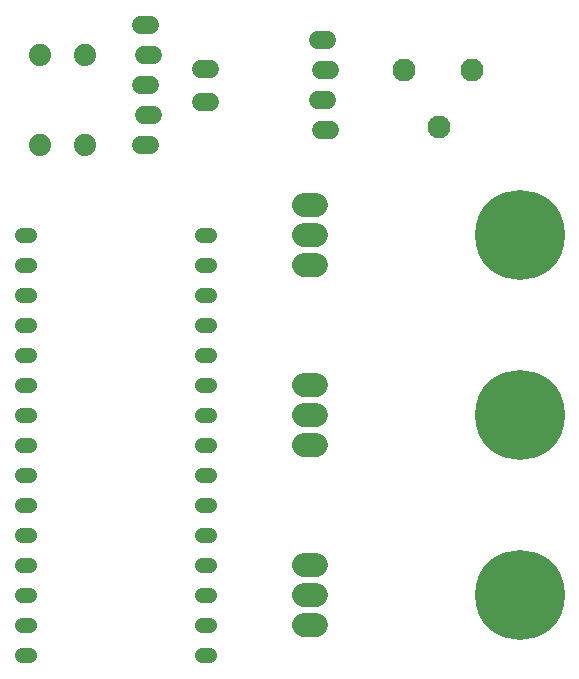
<source format=gbr>
G04 EAGLE Gerber X2 export*
%TF.Part,Single*%
%TF.FileFunction,Copper,L2,Bot,Mixed*%
%TF.FilePolarity,Positive*%
%TF.GenerationSoftware,Autodesk,EAGLE,9.1.1*%
%TF.CreationDate,2018-09-28T16:37:10Z*%
G75*
%MOMM*%
%FSLAX34Y34*%
%LPD*%
%AMOC8*
5,1,8,0,0,1.08239X$1,22.5*%
G01*
%ADD10C,1.879600*%
%ADD11C,1.524000*%
%ADD12C,1.950000*%
%ADD13C,2.032000*%
%ADD14C,7.620000*%
%ADD15C,1.308000*%


D10*
X63500Y482600D03*
X63500Y558800D03*
D11*
X300990Y495300D02*
X308610Y495300D01*
X306070Y520700D02*
X298450Y520700D01*
X300990Y546100D02*
X308610Y546100D01*
X306070Y571500D02*
X298450Y571500D01*
D12*
X371000Y546100D03*
X429000Y546100D03*
X401000Y498100D03*
D11*
X156210Y584200D02*
X148590Y584200D01*
X151130Y558800D02*
X158750Y558800D01*
X156210Y533400D02*
X148590Y533400D01*
X151130Y508000D02*
X158750Y508000D01*
X156210Y482600D02*
X148590Y482600D01*
D13*
X287020Y381000D02*
X297180Y381000D01*
X297180Y406400D02*
X287020Y406400D01*
X287020Y431800D02*
X297180Y431800D01*
D14*
X469900Y406400D03*
D13*
X297180Y228600D02*
X287020Y228600D01*
X287020Y254000D02*
X297180Y254000D01*
X297180Y279400D02*
X287020Y279400D01*
D14*
X469900Y254000D03*
D13*
X297180Y76200D02*
X287020Y76200D01*
X287020Y101600D02*
X297180Y101600D01*
X297180Y127000D02*
X287020Y127000D01*
D14*
X469900Y101600D03*
D10*
X101600Y482600D03*
X101600Y558800D03*
D15*
X199930Y406400D02*
X206470Y406400D01*
X206470Y381000D02*
X199930Y381000D01*
X199930Y355600D02*
X206470Y355600D01*
X206470Y330200D02*
X199930Y330200D01*
X199930Y304800D02*
X206470Y304800D01*
X206470Y279400D02*
X199930Y279400D01*
X199930Y254000D02*
X206470Y254000D01*
X206470Y228600D02*
X199930Y228600D01*
X199930Y203200D02*
X206470Y203200D01*
X206470Y177800D02*
X199930Y177800D01*
X199930Y152400D02*
X206470Y152400D01*
X206470Y127000D02*
X199930Y127000D01*
X54070Y406400D02*
X47530Y406400D01*
X47530Y381000D02*
X54070Y381000D01*
X54070Y355600D02*
X47530Y355600D01*
X47530Y203200D02*
X54070Y203200D01*
X54070Y177800D02*
X47530Y177800D01*
X47530Y152400D02*
X54070Y152400D01*
X54070Y127000D02*
X47530Y127000D01*
X47530Y50800D02*
X54070Y50800D01*
X199930Y50800D02*
X206470Y50800D01*
X206470Y76200D02*
X199930Y76200D01*
X199930Y101600D02*
X206470Y101600D01*
X54070Y76200D02*
X47530Y76200D01*
X47530Y101600D02*
X54070Y101600D01*
X54070Y330200D02*
X47530Y330200D01*
X47530Y228600D02*
X54070Y228600D01*
X54070Y254000D02*
X47530Y254000D01*
X47530Y279400D02*
X54070Y279400D01*
X54070Y304800D02*
X47530Y304800D01*
D11*
X199390Y547370D02*
X207010Y547370D01*
X207010Y519430D02*
X199390Y519430D01*
M02*

</source>
